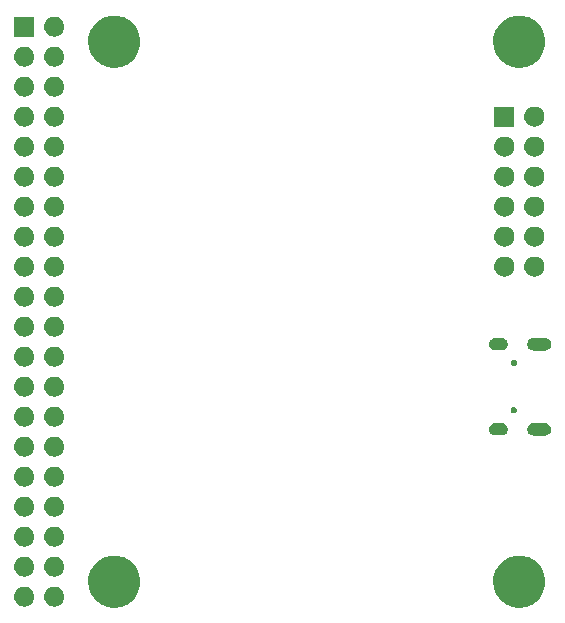
<source format=gbr>
G04 #@! TF.GenerationSoftware,KiCad,Pcbnew,(5.1.4)-1*
G04 #@! TF.CreationDate,2019-10-16T18:51:52+02:00*
G04 #@! TF.ProjectId,HB-RF-USB,48422d52-462d-4555-9342-2e6b69636164,rev?*
G04 #@! TF.SameCoordinates,Original*
G04 #@! TF.FileFunction,Soldermask,Bot*
G04 #@! TF.FilePolarity,Negative*
%FSLAX46Y46*%
G04 Gerber Fmt 4.6, Leading zero omitted, Abs format (unit mm)*
G04 Created by KiCad (PCBNEW (5.1.4)-1) date 2019-10-16 18:51:52*
%MOMM*%
%LPD*%
G04 APERTURE LIST*
%ADD10C,0.100000*%
G04 APERTURE END LIST*
D10*
G36*
X75359199Y-97537273D02*
G01*
X75571717Y-97579545D01*
X75707777Y-97635903D01*
X75946619Y-97734834D01*
X75972093Y-97745386D01*
X76332418Y-97986148D01*
X76638852Y-98292582D01*
X76728122Y-98426183D01*
X76879615Y-98652909D01*
X77045455Y-99053284D01*
X77130000Y-99478319D01*
X77130000Y-99911681D01*
X77111405Y-100005166D01*
X77045455Y-100336717D01*
X76879614Y-100737093D01*
X76638852Y-101097418D01*
X76332418Y-101403852D01*
X75972093Y-101644614D01*
X75972092Y-101644615D01*
X75972091Y-101644615D01*
X75898329Y-101675168D01*
X75571717Y-101810455D01*
X75359198Y-101852728D01*
X75146681Y-101895000D01*
X74713319Y-101895000D01*
X74500802Y-101852728D01*
X74288283Y-101810455D01*
X73961671Y-101675168D01*
X73887909Y-101644615D01*
X73887908Y-101644615D01*
X73887907Y-101644614D01*
X73527582Y-101403852D01*
X73221148Y-101097418D01*
X72980386Y-100737093D01*
X72814545Y-100336717D01*
X72748595Y-100005166D01*
X72730000Y-99911681D01*
X72730000Y-99478319D01*
X72814545Y-99053284D01*
X72980385Y-98652909D01*
X73131879Y-98426183D01*
X73221148Y-98292582D01*
X73527582Y-97986148D01*
X73887907Y-97745386D01*
X73913382Y-97734834D01*
X74152223Y-97635903D01*
X74288283Y-97579545D01*
X74500801Y-97537273D01*
X74713319Y-97495000D01*
X75146681Y-97495000D01*
X75359199Y-97537273D01*
X75359199Y-97537273D01*
G37*
G36*
X41069199Y-97537273D02*
G01*
X41281717Y-97579545D01*
X41417777Y-97635903D01*
X41656619Y-97734834D01*
X41682093Y-97745386D01*
X42042418Y-97986148D01*
X42348852Y-98292582D01*
X42438122Y-98426183D01*
X42589615Y-98652909D01*
X42755455Y-99053284D01*
X42840000Y-99478319D01*
X42840000Y-99911681D01*
X42821405Y-100005166D01*
X42755455Y-100336717D01*
X42589614Y-100737093D01*
X42348852Y-101097418D01*
X42042418Y-101403852D01*
X41682093Y-101644614D01*
X41682092Y-101644615D01*
X41682091Y-101644615D01*
X41608329Y-101675168D01*
X41281717Y-101810455D01*
X41069198Y-101852728D01*
X40856681Y-101895000D01*
X40423319Y-101895000D01*
X40210802Y-101852728D01*
X39998283Y-101810455D01*
X39671671Y-101675168D01*
X39597909Y-101644615D01*
X39597908Y-101644615D01*
X39597907Y-101644614D01*
X39237582Y-101403852D01*
X38931148Y-101097418D01*
X38690386Y-100737093D01*
X38524545Y-100336717D01*
X38458595Y-100005166D01*
X38440000Y-99911681D01*
X38440000Y-99478319D01*
X38524545Y-99053284D01*
X38690385Y-98652909D01*
X38841879Y-98426183D01*
X38931148Y-98292582D01*
X39237582Y-97986148D01*
X39597907Y-97745386D01*
X39623382Y-97734834D01*
X39862223Y-97635903D01*
X39998283Y-97579545D01*
X40210801Y-97537273D01*
X40423319Y-97495000D01*
X40856681Y-97495000D01*
X41069199Y-97537273D01*
X41069199Y-97537273D01*
G37*
G36*
X35706629Y-100127300D02*
G01*
X35866855Y-100175903D01*
X36014519Y-100254832D01*
X36143948Y-100361052D01*
X36250168Y-100490481D01*
X36329097Y-100638145D01*
X36377700Y-100798371D01*
X36394112Y-100965000D01*
X36377700Y-101131629D01*
X36329097Y-101291855D01*
X36250168Y-101439519D01*
X36143948Y-101568948D01*
X36014519Y-101675168D01*
X35866855Y-101754097D01*
X35706629Y-101802700D01*
X35581749Y-101815000D01*
X35498251Y-101815000D01*
X35373371Y-101802700D01*
X35213145Y-101754097D01*
X35065481Y-101675168D01*
X34936052Y-101568948D01*
X34829832Y-101439519D01*
X34750903Y-101291855D01*
X34702300Y-101131629D01*
X34685888Y-100965000D01*
X34702300Y-100798371D01*
X34750903Y-100638145D01*
X34829832Y-100490481D01*
X34936052Y-100361052D01*
X35065481Y-100254832D01*
X35213145Y-100175903D01*
X35373371Y-100127300D01*
X35498251Y-100115000D01*
X35581749Y-100115000D01*
X35706629Y-100127300D01*
X35706629Y-100127300D01*
G37*
G36*
X33166629Y-100127300D02*
G01*
X33326855Y-100175903D01*
X33474519Y-100254832D01*
X33603948Y-100361052D01*
X33710168Y-100490481D01*
X33789097Y-100638145D01*
X33837700Y-100798371D01*
X33854112Y-100965000D01*
X33837700Y-101131629D01*
X33789097Y-101291855D01*
X33710168Y-101439519D01*
X33603948Y-101568948D01*
X33474519Y-101675168D01*
X33326855Y-101754097D01*
X33166629Y-101802700D01*
X33041749Y-101815000D01*
X32958251Y-101815000D01*
X32833371Y-101802700D01*
X32673145Y-101754097D01*
X32525481Y-101675168D01*
X32396052Y-101568948D01*
X32289832Y-101439519D01*
X32210903Y-101291855D01*
X32162300Y-101131629D01*
X32145888Y-100965000D01*
X32162300Y-100798371D01*
X32210903Y-100638145D01*
X32289832Y-100490481D01*
X32396052Y-100361052D01*
X32525481Y-100254832D01*
X32673145Y-100175903D01*
X32833371Y-100127300D01*
X32958251Y-100115000D01*
X33041749Y-100115000D01*
X33166629Y-100127300D01*
X33166629Y-100127300D01*
G37*
G36*
X33166629Y-97587300D02*
G01*
X33326855Y-97635903D01*
X33474519Y-97714832D01*
X33603948Y-97821052D01*
X33710168Y-97950481D01*
X33789097Y-98098145D01*
X33837700Y-98258371D01*
X33854112Y-98425000D01*
X33837700Y-98591629D01*
X33789097Y-98751855D01*
X33710168Y-98899519D01*
X33603948Y-99028948D01*
X33474519Y-99135168D01*
X33326855Y-99214097D01*
X33166629Y-99262700D01*
X33041749Y-99275000D01*
X32958251Y-99275000D01*
X32833371Y-99262700D01*
X32673145Y-99214097D01*
X32525481Y-99135168D01*
X32396052Y-99028948D01*
X32289832Y-98899519D01*
X32210903Y-98751855D01*
X32162300Y-98591629D01*
X32145888Y-98425000D01*
X32162300Y-98258371D01*
X32210903Y-98098145D01*
X32289832Y-97950481D01*
X32396052Y-97821052D01*
X32525481Y-97714832D01*
X32673145Y-97635903D01*
X32833371Y-97587300D01*
X32958251Y-97575000D01*
X33041749Y-97575000D01*
X33166629Y-97587300D01*
X33166629Y-97587300D01*
G37*
G36*
X35706629Y-97587300D02*
G01*
X35866855Y-97635903D01*
X36014519Y-97714832D01*
X36143948Y-97821052D01*
X36250168Y-97950481D01*
X36329097Y-98098145D01*
X36377700Y-98258371D01*
X36394112Y-98425000D01*
X36377700Y-98591629D01*
X36329097Y-98751855D01*
X36250168Y-98899519D01*
X36143948Y-99028948D01*
X36014519Y-99135168D01*
X35866855Y-99214097D01*
X35706629Y-99262700D01*
X35581749Y-99275000D01*
X35498251Y-99275000D01*
X35373371Y-99262700D01*
X35213145Y-99214097D01*
X35065481Y-99135168D01*
X34936052Y-99028948D01*
X34829832Y-98899519D01*
X34750903Y-98751855D01*
X34702300Y-98591629D01*
X34685888Y-98425000D01*
X34702300Y-98258371D01*
X34750903Y-98098145D01*
X34829832Y-97950481D01*
X34936052Y-97821052D01*
X35065481Y-97714832D01*
X35213145Y-97635903D01*
X35373371Y-97587300D01*
X35498251Y-97575000D01*
X35581749Y-97575000D01*
X35706629Y-97587300D01*
X35706629Y-97587300D01*
G37*
G36*
X33166629Y-95047300D02*
G01*
X33326855Y-95095903D01*
X33474519Y-95174832D01*
X33603948Y-95281052D01*
X33710168Y-95410481D01*
X33789097Y-95558145D01*
X33837700Y-95718371D01*
X33854112Y-95885000D01*
X33837700Y-96051629D01*
X33789097Y-96211855D01*
X33710168Y-96359519D01*
X33603948Y-96488948D01*
X33474519Y-96595168D01*
X33326855Y-96674097D01*
X33166629Y-96722700D01*
X33041749Y-96735000D01*
X32958251Y-96735000D01*
X32833371Y-96722700D01*
X32673145Y-96674097D01*
X32525481Y-96595168D01*
X32396052Y-96488948D01*
X32289832Y-96359519D01*
X32210903Y-96211855D01*
X32162300Y-96051629D01*
X32145888Y-95885000D01*
X32162300Y-95718371D01*
X32210903Y-95558145D01*
X32289832Y-95410481D01*
X32396052Y-95281052D01*
X32525481Y-95174832D01*
X32673145Y-95095903D01*
X32833371Y-95047300D01*
X32958251Y-95035000D01*
X33041749Y-95035000D01*
X33166629Y-95047300D01*
X33166629Y-95047300D01*
G37*
G36*
X35706629Y-95047300D02*
G01*
X35866855Y-95095903D01*
X36014519Y-95174832D01*
X36143948Y-95281052D01*
X36250168Y-95410481D01*
X36329097Y-95558145D01*
X36377700Y-95718371D01*
X36394112Y-95885000D01*
X36377700Y-96051629D01*
X36329097Y-96211855D01*
X36250168Y-96359519D01*
X36143948Y-96488948D01*
X36014519Y-96595168D01*
X35866855Y-96674097D01*
X35706629Y-96722700D01*
X35581749Y-96735000D01*
X35498251Y-96735000D01*
X35373371Y-96722700D01*
X35213145Y-96674097D01*
X35065481Y-96595168D01*
X34936052Y-96488948D01*
X34829832Y-96359519D01*
X34750903Y-96211855D01*
X34702300Y-96051629D01*
X34685888Y-95885000D01*
X34702300Y-95718371D01*
X34750903Y-95558145D01*
X34829832Y-95410481D01*
X34936052Y-95281052D01*
X35065481Y-95174832D01*
X35213145Y-95095903D01*
X35373371Y-95047300D01*
X35498251Y-95035000D01*
X35581749Y-95035000D01*
X35706629Y-95047300D01*
X35706629Y-95047300D01*
G37*
G36*
X33166629Y-92507300D02*
G01*
X33326855Y-92555903D01*
X33474519Y-92634832D01*
X33603948Y-92741052D01*
X33710168Y-92870481D01*
X33789097Y-93018145D01*
X33837700Y-93178371D01*
X33854112Y-93345000D01*
X33837700Y-93511629D01*
X33789097Y-93671855D01*
X33710168Y-93819519D01*
X33603948Y-93948948D01*
X33474519Y-94055168D01*
X33326855Y-94134097D01*
X33166629Y-94182700D01*
X33041749Y-94195000D01*
X32958251Y-94195000D01*
X32833371Y-94182700D01*
X32673145Y-94134097D01*
X32525481Y-94055168D01*
X32396052Y-93948948D01*
X32289832Y-93819519D01*
X32210903Y-93671855D01*
X32162300Y-93511629D01*
X32145888Y-93345000D01*
X32162300Y-93178371D01*
X32210903Y-93018145D01*
X32289832Y-92870481D01*
X32396052Y-92741052D01*
X32525481Y-92634832D01*
X32673145Y-92555903D01*
X32833371Y-92507300D01*
X32958251Y-92495000D01*
X33041749Y-92495000D01*
X33166629Y-92507300D01*
X33166629Y-92507300D01*
G37*
G36*
X35706629Y-92507300D02*
G01*
X35866855Y-92555903D01*
X36014519Y-92634832D01*
X36143948Y-92741052D01*
X36250168Y-92870481D01*
X36329097Y-93018145D01*
X36377700Y-93178371D01*
X36394112Y-93345000D01*
X36377700Y-93511629D01*
X36329097Y-93671855D01*
X36250168Y-93819519D01*
X36143948Y-93948948D01*
X36014519Y-94055168D01*
X35866855Y-94134097D01*
X35706629Y-94182700D01*
X35581749Y-94195000D01*
X35498251Y-94195000D01*
X35373371Y-94182700D01*
X35213145Y-94134097D01*
X35065481Y-94055168D01*
X34936052Y-93948948D01*
X34829832Y-93819519D01*
X34750903Y-93671855D01*
X34702300Y-93511629D01*
X34685888Y-93345000D01*
X34702300Y-93178371D01*
X34750903Y-93018145D01*
X34829832Y-92870481D01*
X34936052Y-92741052D01*
X35065481Y-92634832D01*
X35213145Y-92555903D01*
X35373371Y-92507300D01*
X35498251Y-92495000D01*
X35581749Y-92495000D01*
X35706629Y-92507300D01*
X35706629Y-92507300D01*
G37*
G36*
X33166629Y-89967300D02*
G01*
X33326855Y-90015903D01*
X33474519Y-90094832D01*
X33603948Y-90201052D01*
X33710168Y-90330481D01*
X33789097Y-90478145D01*
X33837700Y-90638371D01*
X33854112Y-90805000D01*
X33837700Y-90971629D01*
X33789097Y-91131855D01*
X33710168Y-91279519D01*
X33603948Y-91408948D01*
X33474519Y-91515168D01*
X33326855Y-91594097D01*
X33166629Y-91642700D01*
X33041749Y-91655000D01*
X32958251Y-91655000D01*
X32833371Y-91642700D01*
X32673145Y-91594097D01*
X32525481Y-91515168D01*
X32396052Y-91408948D01*
X32289832Y-91279519D01*
X32210903Y-91131855D01*
X32162300Y-90971629D01*
X32145888Y-90805000D01*
X32162300Y-90638371D01*
X32210903Y-90478145D01*
X32289832Y-90330481D01*
X32396052Y-90201052D01*
X32525481Y-90094832D01*
X32673145Y-90015903D01*
X32833371Y-89967300D01*
X32958251Y-89955000D01*
X33041749Y-89955000D01*
X33166629Y-89967300D01*
X33166629Y-89967300D01*
G37*
G36*
X35706629Y-89967300D02*
G01*
X35866855Y-90015903D01*
X36014519Y-90094832D01*
X36143948Y-90201052D01*
X36250168Y-90330481D01*
X36329097Y-90478145D01*
X36377700Y-90638371D01*
X36394112Y-90805000D01*
X36377700Y-90971629D01*
X36329097Y-91131855D01*
X36250168Y-91279519D01*
X36143948Y-91408948D01*
X36014519Y-91515168D01*
X35866855Y-91594097D01*
X35706629Y-91642700D01*
X35581749Y-91655000D01*
X35498251Y-91655000D01*
X35373371Y-91642700D01*
X35213145Y-91594097D01*
X35065481Y-91515168D01*
X34936052Y-91408948D01*
X34829832Y-91279519D01*
X34750903Y-91131855D01*
X34702300Y-90971629D01*
X34685888Y-90805000D01*
X34702300Y-90638371D01*
X34750903Y-90478145D01*
X34829832Y-90330481D01*
X34936052Y-90201052D01*
X35065481Y-90094832D01*
X35213145Y-90015903D01*
X35373371Y-89967300D01*
X35498251Y-89955000D01*
X35581749Y-89955000D01*
X35706629Y-89967300D01*
X35706629Y-89967300D01*
G37*
G36*
X35706629Y-87427300D02*
G01*
X35866855Y-87475903D01*
X36014519Y-87554832D01*
X36143948Y-87661052D01*
X36250168Y-87790481D01*
X36329097Y-87938145D01*
X36377700Y-88098371D01*
X36394112Y-88265000D01*
X36377700Y-88431629D01*
X36329097Y-88591855D01*
X36250168Y-88739519D01*
X36143948Y-88868948D01*
X36014519Y-88975168D01*
X35866855Y-89054097D01*
X35706629Y-89102700D01*
X35581749Y-89115000D01*
X35498251Y-89115000D01*
X35373371Y-89102700D01*
X35213145Y-89054097D01*
X35065481Y-88975168D01*
X34936052Y-88868948D01*
X34829832Y-88739519D01*
X34750903Y-88591855D01*
X34702300Y-88431629D01*
X34685888Y-88265000D01*
X34702300Y-88098371D01*
X34750903Y-87938145D01*
X34829832Y-87790481D01*
X34936052Y-87661052D01*
X35065481Y-87554832D01*
X35213145Y-87475903D01*
X35373371Y-87427300D01*
X35498251Y-87415000D01*
X35581749Y-87415000D01*
X35706629Y-87427300D01*
X35706629Y-87427300D01*
G37*
G36*
X33166629Y-87427300D02*
G01*
X33326855Y-87475903D01*
X33474519Y-87554832D01*
X33603948Y-87661052D01*
X33710168Y-87790481D01*
X33789097Y-87938145D01*
X33837700Y-88098371D01*
X33854112Y-88265000D01*
X33837700Y-88431629D01*
X33789097Y-88591855D01*
X33710168Y-88739519D01*
X33603948Y-88868948D01*
X33474519Y-88975168D01*
X33326855Y-89054097D01*
X33166629Y-89102700D01*
X33041749Y-89115000D01*
X32958251Y-89115000D01*
X32833371Y-89102700D01*
X32673145Y-89054097D01*
X32525481Y-88975168D01*
X32396052Y-88868948D01*
X32289832Y-88739519D01*
X32210903Y-88591855D01*
X32162300Y-88431629D01*
X32145888Y-88265000D01*
X32162300Y-88098371D01*
X32210903Y-87938145D01*
X32289832Y-87790481D01*
X32396052Y-87661052D01*
X32525481Y-87554832D01*
X32673145Y-87475903D01*
X32833371Y-87427300D01*
X32958251Y-87415000D01*
X33041749Y-87415000D01*
X33166629Y-87427300D01*
X33166629Y-87427300D01*
G37*
G36*
X77169839Y-86247886D02*
G01*
X77272572Y-86279049D01*
X77367251Y-86329656D01*
X77450238Y-86397762D01*
X77518344Y-86480749D01*
X77568951Y-86575428D01*
X77600114Y-86678161D01*
X77610637Y-86785000D01*
X77600114Y-86891839D01*
X77568951Y-86994572D01*
X77518344Y-87089251D01*
X77450238Y-87172238D01*
X77367251Y-87240344D01*
X77272572Y-87290951D01*
X77169839Y-87322114D01*
X77089773Y-87330000D01*
X76126227Y-87330000D01*
X76046161Y-87322114D01*
X75943428Y-87290951D01*
X75848749Y-87240344D01*
X75765762Y-87172238D01*
X75697656Y-87089251D01*
X75647049Y-86994572D01*
X75615886Y-86891839D01*
X75605363Y-86785000D01*
X75615886Y-86678161D01*
X75647049Y-86575428D01*
X75697656Y-86480749D01*
X75765762Y-86397762D01*
X75848749Y-86329656D01*
X75943428Y-86279049D01*
X76046161Y-86247886D01*
X76126227Y-86240000D01*
X77089773Y-86240000D01*
X77169839Y-86247886D01*
X77169839Y-86247886D01*
G37*
G36*
X73535918Y-86267597D02*
G01*
X73573670Y-86279049D01*
X73634885Y-86297618D01*
X73726083Y-86346365D01*
X73726084Y-86346366D01*
X73726086Y-86346367D01*
X73806027Y-86411973D01*
X73862472Y-86480751D01*
X73871635Y-86491917D01*
X73920382Y-86583115D01*
X73920383Y-86583119D01*
X73950403Y-86682082D01*
X73960540Y-86785000D01*
X73950403Y-86887918D01*
X73928193Y-86961133D01*
X73920382Y-86986885D01*
X73871635Y-87078083D01*
X73871633Y-87078086D01*
X73806027Y-87158027D01*
X73726086Y-87223633D01*
X73726084Y-87223634D01*
X73726083Y-87223635D01*
X73634885Y-87272382D01*
X73594016Y-87284779D01*
X73535918Y-87302403D01*
X73458788Y-87310000D01*
X72857212Y-87310000D01*
X72780082Y-87302403D01*
X72721984Y-87284779D01*
X72681115Y-87272382D01*
X72589917Y-87223635D01*
X72589916Y-87223634D01*
X72589914Y-87223633D01*
X72509973Y-87158027D01*
X72444367Y-87078086D01*
X72444365Y-87078083D01*
X72395618Y-86986885D01*
X72387807Y-86961133D01*
X72365597Y-86887918D01*
X72355460Y-86785000D01*
X72365597Y-86682082D01*
X72395617Y-86583119D01*
X72395618Y-86583115D01*
X72444365Y-86491917D01*
X72453529Y-86480751D01*
X72509973Y-86411973D01*
X72589914Y-86346367D01*
X72589916Y-86346366D01*
X72589917Y-86346365D01*
X72681115Y-86297618D01*
X72742330Y-86279049D01*
X72780082Y-86267597D01*
X72857212Y-86260000D01*
X73458788Y-86260000D01*
X73535918Y-86267597D01*
X73535918Y-86267597D01*
G37*
G36*
X33166629Y-84887300D02*
G01*
X33326855Y-84935903D01*
X33474519Y-85014832D01*
X33603948Y-85121052D01*
X33710168Y-85250481D01*
X33789097Y-85398145D01*
X33837700Y-85558371D01*
X33854112Y-85725000D01*
X33837700Y-85891629D01*
X33789097Y-86051855D01*
X33710168Y-86199519D01*
X33603948Y-86328948D01*
X33474519Y-86435168D01*
X33326855Y-86514097D01*
X33166629Y-86562700D01*
X33041749Y-86575000D01*
X32958251Y-86575000D01*
X32833371Y-86562700D01*
X32673145Y-86514097D01*
X32525481Y-86435168D01*
X32396052Y-86328948D01*
X32289832Y-86199519D01*
X32210903Y-86051855D01*
X32162300Y-85891629D01*
X32145888Y-85725000D01*
X32162300Y-85558371D01*
X32210903Y-85398145D01*
X32289832Y-85250481D01*
X32396052Y-85121052D01*
X32525481Y-85014832D01*
X32673145Y-84935903D01*
X32833371Y-84887300D01*
X32958251Y-84875000D01*
X33041749Y-84875000D01*
X33166629Y-84887300D01*
X33166629Y-84887300D01*
G37*
G36*
X35706629Y-84887300D02*
G01*
X35866855Y-84935903D01*
X36014519Y-85014832D01*
X36143948Y-85121052D01*
X36250168Y-85250481D01*
X36329097Y-85398145D01*
X36377700Y-85558371D01*
X36394112Y-85725000D01*
X36377700Y-85891629D01*
X36329097Y-86051855D01*
X36250168Y-86199519D01*
X36143948Y-86328948D01*
X36014519Y-86435168D01*
X35866855Y-86514097D01*
X35706629Y-86562700D01*
X35581749Y-86575000D01*
X35498251Y-86575000D01*
X35373371Y-86562700D01*
X35213145Y-86514097D01*
X35065481Y-86435168D01*
X34936052Y-86328948D01*
X34829832Y-86199519D01*
X34750903Y-86051855D01*
X34702300Y-85891629D01*
X34685888Y-85725000D01*
X34702300Y-85558371D01*
X34750903Y-85398145D01*
X34829832Y-85250481D01*
X34936052Y-85121052D01*
X35065481Y-85014832D01*
X35213145Y-84935903D01*
X35373371Y-84887300D01*
X35498251Y-84875000D01*
X35581749Y-84875000D01*
X35706629Y-84887300D01*
X35706629Y-84887300D01*
G37*
G36*
X74538215Y-84920568D02*
G01*
X74588262Y-84941298D01*
X74633303Y-84971393D01*
X74671607Y-85009697D01*
X74701702Y-85054738D01*
X74722432Y-85104785D01*
X74733000Y-85157915D01*
X74733000Y-85212085D01*
X74722432Y-85265215D01*
X74701702Y-85315262D01*
X74671607Y-85360303D01*
X74633303Y-85398607D01*
X74588262Y-85428702D01*
X74538215Y-85449432D01*
X74485085Y-85460000D01*
X74430915Y-85460000D01*
X74377785Y-85449432D01*
X74327738Y-85428702D01*
X74282697Y-85398607D01*
X74244393Y-85360303D01*
X74214298Y-85315262D01*
X74193568Y-85265215D01*
X74183000Y-85212085D01*
X74183000Y-85157915D01*
X74193568Y-85104785D01*
X74214298Y-85054738D01*
X74244393Y-85009697D01*
X74282697Y-84971393D01*
X74327738Y-84941298D01*
X74377785Y-84920568D01*
X74430915Y-84910000D01*
X74485085Y-84910000D01*
X74538215Y-84920568D01*
X74538215Y-84920568D01*
G37*
G36*
X33166629Y-82347300D02*
G01*
X33326855Y-82395903D01*
X33474519Y-82474832D01*
X33603948Y-82581052D01*
X33710168Y-82710481D01*
X33789097Y-82858145D01*
X33837700Y-83018371D01*
X33854112Y-83185000D01*
X33837700Y-83351629D01*
X33789097Y-83511855D01*
X33710168Y-83659519D01*
X33603948Y-83788948D01*
X33474519Y-83895168D01*
X33326855Y-83974097D01*
X33166629Y-84022700D01*
X33041749Y-84035000D01*
X32958251Y-84035000D01*
X32833371Y-84022700D01*
X32673145Y-83974097D01*
X32525481Y-83895168D01*
X32396052Y-83788948D01*
X32289832Y-83659519D01*
X32210903Y-83511855D01*
X32162300Y-83351629D01*
X32145888Y-83185000D01*
X32162300Y-83018371D01*
X32210903Y-82858145D01*
X32289832Y-82710481D01*
X32396052Y-82581052D01*
X32525481Y-82474832D01*
X32673145Y-82395903D01*
X32833371Y-82347300D01*
X32958251Y-82335000D01*
X33041749Y-82335000D01*
X33166629Y-82347300D01*
X33166629Y-82347300D01*
G37*
G36*
X35706629Y-82347300D02*
G01*
X35866855Y-82395903D01*
X36014519Y-82474832D01*
X36143948Y-82581052D01*
X36250168Y-82710481D01*
X36329097Y-82858145D01*
X36377700Y-83018371D01*
X36394112Y-83185000D01*
X36377700Y-83351629D01*
X36329097Y-83511855D01*
X36250168Y-83659519D01*
X36143948Y-83788948D01*
X36014519Y-83895168D01*
X35866855Y-83974097D01*
X35706629Y-84022700D01*
X35581749Y-84035000D01*
X35498251Y-84035000D01*
X35373371Y-84022700D01*
X35213145Y-83974097D01*
X35065481Y-83895168D01*
X34936052Y-83788948D01*
X34829832Y-83659519D01*
X34750903Y-83511855D01*
X34702300Y-83351629D01*
X34685888Y-83185000D01*
X34702300Y-83018371D01*
X34750903Y-82858145D01*
X34829832Y-82710481D01*
X34936052Y-82581052D01*
X35065481Y-82474832D01*
X35213145Y-82395903D01*
X35373371Y-82347300D01*
X35498251Y-82335000D01*
X35581749Y-82335000D01*
X35706629Y-82347300D01*
X35706629Y-82347300D01*
G37*
G36*
X33166629Y-79807300D02*
G01*
X33326855Y-79855903D01*
X33474519Y-79934832D01*
X33603948Y-80041052D01*
X33710168Y-80170481D01*
X33789097Y-80318145D01*
X33837700Y-80478371D01*
X33854112Y-80645000D01*
X33837700Y-80811629D01*
X33789097Y-80971855D01*
X33710168Y-81119519D01*
X33603948Y-81248948D01*
X33474519Y-81355168D01*
X33326855Y-81434097D01*
X33166629Y-81482700D01*
X33041749Y-81495000D01*
X32958251Y-81495000D01*
X32833371Y-81482700D01*
X32673145Y-81434097D01*
X32525481Y-81355168D01*
X32396052Y-81248948D01*
X32289832Y-81119519D01*
X32210903Y-80971855D01*
X32162300Y-80811629D01*
X32145888Y-80645000D01*
X32162300Y-80478371D01*
X32210903Y-80318145D01*
X32289832Y-80170481D01*
X32396052Y-80041052D01*
X32525481Y-79934832D01*
X32673145Y-79855903D01*
X32833371Y-79807300D01*
X32958251Y-79795000D01*
X33041749Y-79795000D01*
X33166629Y-79807300D01*
X33166629Y-79807300D01*
G37*
G36*
X35706629Y-79807300D02*
G01*
X35866855Y-79855903D01*
X36014519Y-79934832D01*
X36143948Y-80041052D01*
X36250168Y-80170481D01*
X36329097Y-80318145D01*
X36377700Y-80478371D01*
X36394112Y-80645000D01*
X36377700Y-80811629D01*
X36329097Y-80971855D01*
X36250168Y-81119519D01*
X36143948Y-81248948D01*
X36014519Y-81355168D01*
X35866855Y-81434097D01*
X35706629Y-81482700D01*
X35581749Y-81495000D01*
X35498251Y-81495000D01*
X35373371Y-81482700D01*
X35213145Y-81434097D01*
X35065481Y-81355168D01*
X34936052Y-81248948D01*
X34829832Y-81119519D01*
X34750903Y-80971855D01*
X34702300Y-80811629D01*
X34685888Y-80645000D01*
X34702300Y-80478371D01*
X34750903Y-80318145D01*
X34829832Y-80170481D01*
X34936052Y-80041052D01*
X35065481Y-79934832D01*
X35213145Y-79855903D01*
X35373371Y-79807300D01*
X35498251Y-79795000D01*
X35581749Y-79795000D01*
X35706629Y-79807300D01*
X35706629Y-79807300D01*
G37*
G36*
X74538215Y-80920568D02*
G01*
X74588262Y-80941298D01*
X74633303Y-80971393D01*
X74671607Y-81009697D01*
X74701702Y-81054738D01*
X74722432Y-81104785D01*
X74733000Y-81157915D01*
X74733000Y-81212085D01*
X74722432Y-81265215D01*
X74701702Y-81315262D01*
X74671607Y-81360303D01*
X74633303Y-81398607D01*
X74588262Y-81428702D01*
X74538215Y-81449432D01*
X74485085Y-81460000D01*
X74430915Y-81460000D01*
X74377785Y-81449432D01*
X74327738Y-81428702D01*
X74282697Y-81398607D01*
X74244393Y-81360303D01*
X74214298Y-81315262D01*
X74193568Y-81265215D01*
X74183000Y-81212085D01*
X74183000Y-81157915D01*
X74193568Y-81104785D01*
X74214298Y-81054738D01*
X74244393Y-81009697D01*
X74282697Y-80971393D01*
X74327738Y-80941298D01*
X74377785Y-80920568D01*
X74430915Y-80910000D01*
X74485085Y-80910000D01*
X74538215Y-80920568D01*
X74538215Y-80920568D01*
G37*
G36*
X77169839Y-79047886D02*
G01*
X77272572Y-79079049D01*
X77367251Y-79129656D01*
X77450238Y-79197762D01*
X77518344Y-79280749D01*
X77568951Y-79375428D01*
X77600114Y-79478161D01*
X77610637Y-79585000D01*
X77600114Y-79691839D01*
X77568951Y-79794572D01*
X77518344Y-79889251D01*
X77450238Y-79972238D01*
X77367251Y-80040344D01*
X77272572Y-80090951D01*
X77169839Y-80122114D01*
X77089773Y-80130000D01*
X76126227Y-80130000D01*
X76046161Y-80122114D01*
X75943428Y-80090951D01*
X75848749Y-80040344D01*
X75765762Y-79972238D01*
X75697656Y-79889251D01*
X75647049Y-79794572D01*
X75615886Y-79691839D01*
X75605363Y-79585000D01*
X75615886Y-79478161D01*
X75647049Y-79375428D01*
X75697656Y-79280749D01*
X75765762Y-79197762D01*
X75848749Y-79129656D01*
X75943428Y-79079049D01*
X76046161Y-79047886D01*
X76126227Y-79040000D01*
X77089773Y-79040000D01*
X77169839Y-79047886D01*
X77169839Y-79047886D01*
G37*
G36*
X73535918Y-79067597D02*
G01*
X73573670Y-79079049D01*
X73634885Y-79097618D01*
X73726083Y-79146365D01*
X73726084Y-79146366D01*
X73726086Y-79146367D01*
X73806027Y-79211973D01*
X73862472Y-79280751D01*
X73871635Y-79291917D01*
X73920382Y-79383115D01*
X73920383Y-79383119D01*
X73950403Y-79482082D01*
X73960540Y-79585000D01*
X73950403Y-79687918D01*
X73928193Y-79761133D01*
X73920382Y-79786885D01*
X73871635Y-79878083D01*
X73871633Y-79878086D01*
X73806027Y-79958027D01*
X73726086Y-80023633D01*
X73726084Y-80023634D01*
X73726083Y-80023635D01*
X73634885Y-80072382D01*
X73594016Y-80084779D01*
X73535918Y-80102403D01*
X73458788Y-80110000D01*
X72857212Y-80110000D01*
X72780082Y-80102403D01*
X72721984Y-80084779D01*
X72681115Y-80072382D01*
X72589917Y-80023635D01*
X72589916Y-80023634D01*
X72589914Y-80023633D01*
X72509973Y-79958027D01*
X72444367Y-79878086D01*
X72444365Y-79878083D01*
X72395618Y-79786885D01*
X72387807Y-79761133D01*
X72365597Y-79687918D01*
X72355460Y-79585000D01*
X72365597Y-79482082D01*
X72395617Y-79383119D01*
X72395618Y-79383115D01*
X72444365Y-79291917D01*
X72453529Y-79280751D01*
X72509973Y-79211973D01*
X72589914Y-79146367D01*
X72589916Y-79146366D01*
X72589917Y-79146365D01*
X72681115Y-79097618D01*
X72742330Y-79079049D01*
X72780082Y-79067597D01*
X72857212Y-79060000D01*
X73458788Y-79060000D01*
X73535918Y-79067597D01*
X73535918Y-79067597D01*
G37*
G36*
X35706629Y-77267300D02*
G01*
X35866855Y-77315903D01*
X36014519Y-77394832D01*
X36143948Y-77501052D01*
X36250168Y-77630481D01*
X36329097Y-77778145D01*
X36377700Y-77938371D01*
X36394112Y-78105000D01*
X36377700Y-78271629D01*
X36329097Y-78431855D01*
X36250168Y-78579519D01*
X36143948Y-78708948D01*
X36014519Y-78815168D01*
X35866855Y-78894097D01*
X35706629Y-78942700D01*
X35581749Y-78955000D01*
X35498251Y-78955000D01*
X35373371Y-78942700D01*
X35213145Y-78894097D01*
X35065481Y-78815168D01*
X34936052Y-78708948D01*
X34829832Y-78579519D01*
X34750903Y-78431855D01*
X34702300Y-78271629D01*
X34685888Y-78105000D01*
X34702300Y-77938371D01*
X34750903Y-77778145D01*
X34829832Y-77630481D01*
X34936052Y-77501052D01*
X35065481Y-77394832D01*
X35213145Y-77315903D01*
X35373371Y-77267300D01*
X35498251Y-77255000D01*
X35581749Y-77255000D01*
X35706629Y-77267300D01*
X35706629Y-77267300D01*
G37*
G36*
X33166629Y-77267300D02*
G01*
X33326855Y-77315903D01*
X33474519Y-77394832D01*
X33603948Y-77501052D01*
X33710168Y-77630481D01*
X33789097Y-77778145D01*
X33837700Y-77938371D01*
X33854112Y-78105000D01*
X33837700Y-78271629D01*
X33789097Y-78431855D01*
X33710168Y-78579519D01*
X33603948Y-78708948D01*
X33474519Y-78815168D01*
X33326855Y-78894097D01*
X33166629Y-78942700D01*
X33041749Y-78955000D01*
X32958251Y-78955000D01*
X32833371Y-78942700D01*
X32673145Y-78894097D01*
X32525481Y-78815168D01*
X32396052Y-78708948D01*
X32289832Y-78579519D01*
X32210903Y-78431855D01*
X32162300Y-78271629D01*
X32145888Y-78105000D01*
X32162300Y-77938371D01*
X32210903Y-77778145D01*
X32289832Y-77630481D01*
X32396052Y-77501052D01*
X32525481Y-77394832D01*
X32673145Y-77315903D01*
X32833371Y-77267300D01*
X32958251Y-77255000D01*
X33041749Y-77255000D01*
X33166629Y-77267300D01*
X33166629Y-77267300D01*
G37*
G36*
X35706629Y-74727300D02*
G01*
X35866855Y-74775903D01*
X36014519Y-74854832D01*
X36143948Y-74961052D01*
X36250168Y-75090481D01*
X36329097Y-75238145D01*
X36377700Y-75398371D01*
X36394112Y-75565000D01*
X36377700Y-75731629D01*
X36329097Y-75891855D01*
X36250168Y-76039519D01*
X36143948Y-76168948D01*
X36014519Y-76275168D01*
X35866855Y-76354097D01*
X35706629Y-76402700D01*
X35581749Y-76415000D01*
X35498251Y-76415000D01*
X35373371Y-76402700D01*
X35213145Y-76354097D01*
X35065481Y-76275168D01*
X34936052Y-76168948D01*
X34829832Y-76039519D01*
X34750903Y-75891855D01*
X34702300Y-75731629D01*
X34685888Y-75565000D01*
X34702300Y-75398371D01*
X34750903Y-75238145D01*
X34829832Y-75090481D01*
X34936052Y-74961052D01*
X35065481Y-74854832D01*
X35213145Y-74775903D01*
X35373371Y-74727300D01*
X35498251Y-74715000D01*
X35581749Y-74715000D01*
X35706629Y-74727300D01*
X35706629Y-74727300D01*
G37*
G36*
X33166629Y-74727300D02*
G01*
X33326855Y-74775903D01*
X33474519Y-74854832D01*
X33603948Y-74961052D01*
X33710168Y-75090481D01*
X33789097Y-75238145D01*
X33837700Y-75398371D01*
X33854112Y-75565000D01*
X33837700Y-75731629D01*
X33789097Y-75891855D01*
X33710168Y-76039519D01*
X33603948Y-76168948D01*
X33474519Y-76275168D01*
X33326855Y-76354097D01*
X33166629Y-76402700D01*
X33041749Y-76415000D01*
X32958251Y-76415000D01*
X32833371Y-76402700D01*
X32673145Y-76354097D01*
X32525481Y-76275168D01*
X32396052Y-76168948D01*
X32289832Y-76039519D01*
X32210903Y-75891855D01*
X32162300Y-75731629D01*
X32145888Y-75565000D01*
X32162300Y-75398371D01*
X32210903Y-75238145D01*
X32289832Y-75090481D01*
X32396052Y-74961052D01*
X32525481Y-74854832D01*
X32673145Y-74775903D01*
X32833371Y-74727300D01*
X32958251Y-74715000D01*
X33041749Y-74715000D01*
X33166629Y-74727300D01*
X33166629Y-74727300D01*
G37*
G36*
X33166629Y-72187300D02*
G01*
X33326855Y-72235903D01*
X33474519Y-72314832D01*
X33603948Y-72421052D01*
X33710168Y-72550481D01*
X33789097Y-72698145D01*
X33837700Y-72858371D01*
X33854112Y-73025000D01*
X33837700Y-73191629D01*
X33789097Y-73351855D01*
X33710168Y-73499519D01*
X33603948Y-73628948D01*
X33474519Y-73735168D01*
X33326855Y-73814097D01*
X33166629Y-73862700D01*
X33041749Y-73875000D01*
X32958251Y-73875000D01*
X32833371Y-73862700D01*
X32673145Y-73814097D01*
X32525481Y-73735168D01*
X32396052Y-73628948D01*
X32289832Y-73499519D01*
X32210903Y-73351855D01*
X32162300Y-73191629D01*
X32145888Y-73025000D01*
X32162300Y-72858371D01*
X32210903Y-72698145D01*
X32289832Y-72550481D01*
X32396052Y-72421052D01*
X32525481Y-72314832D01*
X32673145Y-72235903D01*
X32833371Y-72187300D01*
X32958251Y-72175000D01*
X33041749Y-72175000D01*
X33166629Y-72187300D01*
X33166629Y-72187300D01*
G37*
G36*
X73826629Y-72187300D02*
G01*
X73986855Y-72235903D01*
X74134519Y-72314832D01*
X74263948Y-72421052D01*
X74370168Y-72550481D01*
X74449097Y-72698145D01*
X74497700Y-72858371D01*
X74514112Y-73025000D01*
X74497700Y-73191629D01*
X74449097Y-73351855D01*
X74370168Y-73499519D01*
X74263948Y-73628948D01*
X74134519Y-73735168D01*
X73986855Y-73814097D01*
X73826629Y-73862700D01*
X73701749Y-73875000D01*
X73618251Y-73875000D01*
X73493371Y-73862700D01*
X73333145Y-73814097D01*
X73185481Y-73735168D01*
X73056052Y-73628948D01*
X72949832Y-73499519D01*
X72870903Y-73351855D01*
X72822300Y-73191629D01*
X72805888Y-73025000D01*
X72822300Y-72858371D01*
X72870903Y-72698145D01*
X72949832Y-72550481D01*
X73056052Y-72421052D01*
X73185481Y-72314832D01*
X73333145Y-72235903D01*
X73493371Y-72187300D01*
X73618251Y-72175000D01*
X73701749Y-72175000D01*
X73826629Y-72187300D01*
X73826629Y-72187300D01*
G37*
G36*
X76366629Y-72187300D02*
G01*
X76526855Y-72235903D01*
X76674519Y-72314832D01*
X76803948Y-72421052D01*
X76910168Y-72550481D01*
X76989097Y-72698145D01*
X77037700Y-72858371D01*
X77054112Y-73025000D01*
X77037700Y-73191629D01*
X76989097Y-73351855D01*
X76910168Y-73499519D01*
X76803948Y-73628948D01*
X76674519Y-73735168D01*
X76526855Y-73814097D01*
X76366629Y-73862700D01*
X76241749Y-73875000D01*
X76158251Y-73875000D01*
X76033371Y-73862700D01*
X75873145Y-73814097D01*
X75725481Y-73735168D01*
X75596052Y-73628948D01*
X75489832Y-73499519D01*
X75410903Y-73351855D01*
X75362300Y-73191629D01*
X75345888Y-73025000D01*
X75362300Y-72858371D01*
X75410903Y-72698145D01*
X75489832Y-72550481D01*
X75596052Y-72421052D01*
X75725481Y-72314832D01*
X75873145Y-72235903D01*
X76033371Y-72187300D01*
X76158251Y-72175000D01*
X76241749Y-72175000D01*
X76366629Y-72187300D01*
X76366629Y-72187300D01*
G37*
G36*
X35706629Y-72187300D02*
G01*
X35866855Y-72235903D01*
X36014519Y-72314832D01*
X36143948Y-72421052D01*
X36250168Y-72550481D01*
X36329097Y-72698145D01*
X36377700Y-72858371D01*
X36394112Y-73025000D01*
X36377700Y-73191629D01*
X36329097Y-73351855D01*
X36250168Y-73499519D01*
X36143948Y-73628948D01*
X36014519Y-73735168D01*
X35866855Y-73814097D01*
X35706629Y-73862700D01*
X35581749Y-73875000D01*
X35498251Y-73875000D01*
X35373371Y-73862700D01*
X35213145Y-73814097D01*
X35065481Y-73735168D01*
X34936052Y-73628948D01*
X34829832Y-73499519D01*
X34750903Y-73351855D01*
X34702300Y-73191629D01*
X34685888Y-73025000D01*
X34702300Y-72858371D01*
X34750903Y-72698145D01*
X34829832Y-72550481D01*
X34936052Y-72421052D01*
X35065481Y-72314832D01*
X35213145Y-72235903D01*
X35373371Y-72187300D01*
X35498251Y-72175000D01*
X35581749Y-72175000D01*
X35706629Y-72187300D01*
X35706629Y-72187300D01*
G37*
G36*
X35706629Y-69647300D02*
G01*
X35866855Y-69695903D01*
X36014519Y-69774832D01*
X36143948Y-69881052D01*
X36250168Y-70010481D01*
X36329097Y-70158145D01*
X36377700Y-70318371D01*
X36394112Y-70485000D01*
X36377700Y-70651629D01*
X36329097Y-70811855D01*
X36250168Y-70959519D01*
X36143948Y-71088948D01*
X36014519Y-71195168D01*
X35866855Y-71274097D01*
X35706629Y-71322700D01*
X35581749Y-71335000D01*
X35498251Y-71335000D01*
X35373371Y-71322700D01*
X35213145Y-71274097D01*
X35065481Y-71195168D01*
X34936052Y-71088948D01*
X34829832Y-70959519D01*
X34750903Y-70811855D01*
X34702300Y-70651629D01*
X34685888Y-70485000D01*
X34702300Y-70318371D01*
X34750903Y-70158145D01*
X34829832Y-70010481D01*
X34936052Y-69881052D01*
X35065481Y-69774832D01*
X35213145Y-69695903D01*
X35373371Y-69647300D01*
X35498251Y-69635000D01*
X35581749Y-69635000D01*
X35706629Y-69647300D01*
X35706629Y-69647300D01*
G37*
G36*
X76366629Y-69647300D02*
G01*
X76526855Y-69695903D01*
X76674519Y-69774832D01*
X76803948Y-69881052D01*
X76910168Y-70010481D01*
X76989097Y-70158145D01*
X77037700Y-70318371D01*
X77054112Y-70485000D01*
X77037700Y-70651629D01*
X76989097Y-70811855D01*
X76910168Y-70959519D01*
X76803948Y-71088948D01*
X76674519Y-71195168D01*
X76526855Y-71274097D01*
X76366629Y-71322700D01*
X76241749Y-71335000D01*
X76158251Y-71335000D01*
X76033371Y-71322700D01*
X75873145Y-71274097D01*
X75725481Y-71195168D01*
X75596052Y-71088948D01*
X75489832Y-70959519D01*
X75410903Y-70811855D01*
X75362300Y-70651629D01*
X75345888Y-70485000D01*
X75362300Y-70318371D01*
X75410903Y-70158145D01*
X75489832Y-70010481D01*
X75596052Y-69881052D01*
X75725481Y-69774832D01*
X75873145Y-69695903D01*
X76033371Y-69647300D01*
X76158251Y-69635000D01*
X76241749Y-69635000D01*
X76366629Y-69647300D01*
X76366629Y-69647300D01*
G37*
G36*
X73826629Y-69647300D02*
G01*
X73986855Y-69695903D01*
X74134519Y-69774832D01*
X74263948Y-69881052D01*
X74370168Y-70010481D01*
X74449097Y-70158145D01*
X74497700Y-70318371D01*
X74514112Y-70485000D01*
X74497700Y-70651629D01*
X74449097Y-70811855D01*
X74370168Y-70959519D01*
X74263948Y-71088948D01*
X74134519Y-71195168D01*
X73986855Y-71274097D01*
X73826629Y-71322700D01*
X73701749Y-71335000D01*
X73618251Y-71335000D01*
X73493371Y-71322700D01*
X73333145Y-71274097D01*
X73185481Y-71195168D01*
X73056052Y-71088948D01*
X72949832Y-70959519D01*
X72870903Y-70811855D01*
X72822300Y-70651629D01*
X72805888Y-70485000D01*
X72822300Y-70318371D01*
X72870903Y-70158145D01*
X72949832Y-70010481D01*
X73056052Y-69881052D01*
X73185481Y-69774832D01*
X73333145Y-69695903D01*
X73493371Y-69647300D01*
X73618251Y-69635000D01*
X73701749Y-69635000D01*
X73826629Y-69647300D01*
X73826629Y-69647300D01*
G37*
G36*
X33166629Y-69647300D02*
G01*
X33326855Y-69695903D01*
X33474519Y-69774832D01*
X33603948Y-69881052D01*
X33710168Y-70010481D01*
X33789097Y-70158145D01*
X33837700Y-70318371D01*
X33854112Y-70485000D01*
X33837700Y-70651629D01*
X33789097Y-70811855D01*
X33710168Y-70959519D01*
X33603948Y-71088948D01*
X33474519Y-71195168D01*
X33326855Y-71274097D01*
X33166629Y-71322700D01*
X33041749Y-71335000D01*
X32958251Y-71335000D01*
X32833371Y-71322700D01*
X32673145Y-71274097D01*
X32525481Y-71195168D01*
X32396052Y-71088948D01*
X32289832Y-70959519D01*
X32210903Y-70811855D01*
X32162300Y-70651629D01*
X32145888Y-70485000D01*
X32162300Y-70318371D01*
X32210903Y-70158145D01*
X32289832Y-70010481D01*
X32396052Y-69881052D01*
X32525481Y-69774832D01*
X32673145Y-69695903D01*
X32833371Y-69647300D01*
X32958251Y-69635000D01*
X33041749Y-69635000D01*
X33166629Y-69647300D01*
X33166629Y-69647300D01*
G37*
G36*
X76366629Y-67107300D02*
G01*
X76526855Y-67155903D01*
X76674519Y-67234832D01*
X76803948Y-67341052D01*
X76910168Y-67470481D01*
X76989097Y-67618145D01*
X77037700Y-67778371D01*
X77054112Y-67945000D01*
X77037700Y-68111629D01*
X76989097Y-68271855D01*
X76910168Y-68419519D01*
X76803948Y-68548948D01*
X76674519Y-68655168D01*
X76526855Y-68734097D01*
X76366629Y-68782700D01*
X76241749Y-68795000D01*
X76158251Y-68795000D01*
X76033371Y-68782700D01*
X75873145Y-68734097D01*
X75725481Y-68655168D01*
X75596052Y-68548948D01*
X75489832Y-68419519D01*
X75410903Y-68271855D01*
X75362300Y-68111629D01*
X75345888Y-67945000D01*
X75362300Y-67778371D01*
X75410903Y-67618145D01*
X75489832Y-67470481D01*
X75596052Y-67341052D01*
X75725481Y-67234832D01*
X75873145Y-67155903D01*
X76033371Y-67107300D01*
X76158251Y-67095000D01*
X76241749Y-67095000D01*
X76366629Y-67107300D01*
X76366629Y-67107300D01*
G37*
G36*
X73826629Y-67107300D02*
G01*
X73986855Y-67155903D01*
X74134519Y-67234832D01*
X74263948Y-67341052D01*
X74370168Y-67470481D01*
X74449097Y-67618145D01*
X74497700Y-67778371D01*
X74514112Y-67945000D01*
X74497700Y-68111629D01*
X74449097Y-68271855D01*
X74370168Y-68419519D01*
X74263948Y-68548948D01*
X74134519Y-68655168D01*
X73986855Y-68734097D01*
X73826629Y-68782700D01*
X73701749Y-68795000D01*
X73618251Y-68795000D01*
X73493371Y-68782700D01*
X73333145Y-68734097D01*
X73185481Y-68655168D01*
X73056052Y-68548948D01*
X72949832Y-68419519D01*
X72870903Y-68271855D01*
X72822300Y-68111629D01*
X72805888Y-67945000D01*
X72822300Y-67778371D01*
X72870903Y-67618145D01*
X72949832Y-67470481D01*
X73056052Y-67341052D01*
X73185481Y-67234832D01*
X73333145Y-67155903D01*
X73493371Y-67107300D01*
X73618251Y-67095000D01*
X73701749Y-67095000D01*
X73826629Y-67107300D01*
X73826629Y-67107300D01*
G37*
G36*
X35706629Y-67107300D02*
G01*
X35866855Y-67155903D01*
X36014519Y-67234832D01*
X36143948Y-67341052D01*
X36250168Y-67470481D01*
X36329097Y-67618145D01*
X36377700Y-67778371D01*
X36394112Y-67945000D01*
X36377700Y-68111629D01*
X36329097Y-68271855D01*
X36250168Y-68419519D01*
X36143948Y-68548948D01*
X36014519Y-68655168D01*
X35866855Y-68734097D01*
X35706629Y-68782700D01*
X35581749Y-68795000D01*
X35498251Y-68795000D01*
X35373371Y-68782700D01*
X35213145Y-68734097D01*
X35065481Y-68655168D01*
X34936052Y-68548948D01*
X34829832Y-68419519D01*
X34750903Y-68271855D01*
X34702300Y-68111629D01*
X34685888Y-67945000D01*
X34702300Y-67778371D01*
X34750903Y-67618145D01*
X34829832Y-67470481D01*
X34936052Y-67341052D01*
X35065481Y-67234832D01*
X35213145Y-67155903D01*
X35373371Y-67107300D01*
X35498251Y-67095000D01*
X35581749Y-67095000D01*
X35706629Y-67107300D01*
X35706629Y-67107300D01*
G37*
G36*
X33166629Y-67107300D02*
G01*
X33326855Y-67155903D01*
X33474519Y-67234832D01*
X33603948Y-67341052D01*
X33710168Y-67470481D01*
X33789097Y-67618145D01*
X33837700Y-67778371D01*
X33854112Y-67945000D01*
X33837700Y-68111629D01*
X33789097Y-68271855D01*
X33710168Y-68419519D01*
X33603948Y-68548948D01*
X33474519Y-68655168D01*
X33326855Y-68734097D01*
X33166629Y-68782700D01*
X33041749Y-68795000D01*
X32958251Y-68795000D01*
X32833371Y-68782700D01*
X32673145Y-68734097D01*
X32525481Y-68655168D01*
X32396052Y-68548948D01*
X32289832Y-68419519D01*
X32210903Y-68271855D01*
X32162300Y-68111629D01*
X32145888Y-67945000D01*
X32162300Y-67778371D01*
X32210903Y-67618145D01*
X32289832Y-67470481D01*
X32396052Y-67341052D01*
X32525481Y-67234832D01*
X32673145Y-67155903D01*
X32833371Y-67107300D01*
X32958251Y-67095000D01*
X33041749Y-67095000D01*
X33166629Y-67107300D01*
X33166629Y-67107300D01*
G37*
G36*
X76366629Y-64567300D02*
G01*
X76526855Y-64615903D01*
X76674519Y-64694832D01*
X76803948Y-64801052D01*
X76910168Y-64930481D01*
X76989097Y-65078145D01*
X77037700Y-65238371D01*
X77054112Y-65405000D01*
X77037700Y-65571629D01*
X76989097Y-65731855D01*
X76910168Y-65879519D01*
X76803948Y-66008948D01*
X76674519Y-66115168D01*
X76526855Y-66194097D01*
X76366629Y-66242700D01*
X76241749Y-66255000D01*
X76158251Y-66255000D01*
X76033371Y-66242700D01*
X75873145Y-66194097D01*
X75725481Y-66115168D01*
X75596052Y-66008948D01*
X75489832Y-65879519D01*
X75410903Y-65731855D01*
X75362300Y-65571629D01*
X75345888Y-65405000D01*
X75362300Y-65238371D01*
X75410903Y-65078145D01*
X75489832Y-64930481D01*
X75596052Y-64801052D01*
X75725481Y-64694832D01*
X75873145Y-64615903D01*
X76033371Y-64567300D01*
X76158251Y-64555000D01*
X76241749Y-64555000D01*
X76366629Y-64567300D01*
X76366629Y-64567300D01*
G37*
G36*
X73826629Y-64567300D02*
G01*
X73986855Y-64615903D01*
X74134519Y-64694832D01*
X74263948Y-64801052D01*
X74370168Y-64930481D01*
X74449097Y-65078145D01*
X74497700Y-65238371D01*
X74514112Y-65405000D01*
X74497700Y-65571629D01*
X74449097Y-65731855D01*
X74370168Y-65879519D01*
X74263948Y-66008948D01*
X74134519Y-66115168D01*
X73986855Y-66194097D01*
X73826629Y-66242700D01*
X73701749Y-66255000D01*
X73618251Y-66255000D01*
X73493371Y-66242700D01*
X73333145Y-66194097D01*
X73185481Y-66115168D01*
X73056052Y-66008948D01*
X72949832Y-65879519D01*
X72870903Y-65731855D01*
X72822300Y-65571629D01*
X72805888Y-65405000D01*
X72822300Y-65238371D01*
X72870903Y-65078145D01*
X72949832Y-64930481D01*
X73056052Y-64801052D01*
X73185481Y-64694832D01*
X73333145Y-64615903D01*
X73493371Y-64567300D01*
X73618251Y-64555000D01*
X73701749Y-64555000D01*
X73826629Y-64567300D01*
X73826629Y-64567300D01*
G37*
G36*
X33166629Y-64567300D02*
G01*
X33326855Y-64615903D01*
X33474519Y-64694832D01*
X33603948Y-64801052D01*
X33710168Y-64930481D01*
X33789097Y-65078145D01*
X33837700Y-65238371D01*
X33854112Y-65405000D01*
X33837700Y-65571629D01*
X33789097Y-65731855D01*
X33710168Y-65879519D01*
X33603948Y-66008948D01*
X33474519Y-66115168D01*
X33326855Y-66194097D01*
X33166629Y-66242700D01*
X33041749Y-66255000D01*
X32958251Y-66255000D01*
X32833371Y-66242700D01*
X32673145Y-66194097D01*
X32525481Y-66115168D01*
X32396052Y-66008948D01*
X32289832Y-65879519D01*
X32210903Y-65731855D01*
X32162300Y-65571629D01*
X32145888Y-65405000D01*
X32162300Y-65238371D01*
X32210903Y-65078145D01*
X32289832Y-64930481D01*
X32396052Y-64801052D01*
X32525481Y-64694832D01*
X32673145Y-64615903D01*
X32833371Y-64567300D01*
X32958251Y-64555000D01*
X33041749Y-64555000D01*
X33166629Y-64567300D01*
X33166629Y-64567300D01*
G37*
G36*
X35706629Y-64567300D02*
G01*
X35866855Y-64615903D01*
X36014519Y-64694832D01*
X36143948Y-64801052D01*
X36250168Y-64930481D01*
X36329097Y-65078145D01*
X36377700Y-65238371D01*
X36394112Y-65405000D01*
X36377700Y-65571629D01*
X36329097Y-65731855D01*
X36250168Y-65879519D01*
X36143948Y-66008948D01*
X36014519Y-66115168D01*
X35866855Y-66194097D01*
X35706629Y-66242700D01*
X35581749Y-66255000D01*
X35498251Y-66255000D01*
X35373371Y-66242700D01*
X35213145Y-66194097D01*
X35065481Y-66115168D01*
X34936052Y-66008948D01*
X34829832Y-65879519D01*
X34750903Y-65731855D01*
X34702300Y-65571629D01*
X34685888Y-65405000D01*
X34702300Y-65238371D01*
X34750903Y-65078145D01*
X34829832Y-64930481D01*
X34936052Y-64801052D01*
X35065481Y-64694832D01*
X35213145Y-64615903D01*
X35373371Y-64567300D01*
X35498251Y-64555000D01*
X35581749Y-64555000D01*
X35706629Y-64567300D01*
X35706629Y-64567300D01*
G37*
G36*
X73826629Y-62027300D02*
G01*
X73986855Y-62075903D01*
X74134519Y-62154832D01*
X74263948Y-62261052D01*
X74370168Y-62390481D01*
X74449097Y-62538145D01*
X74497700Y-62698371D01*
X74514112Y-62865000D01*
X74497700Y-63031629D01*
X74449097Y-63191855D01*
X74370168Y-63339519D01*
X74263948Y-63468948D01*
X74134519Y-63575168D01*
X73986855Y-63654097D01*
X73826629Y-63702700D01*
X73701749Y-63715000D01*
X73618251Y-63715000D01*
X73493371Y-63702700D01*
X73333145Y-63654097D01*
X73185481Y-63575168D01*
X73056052Y-63468948D01*
X72949832Y-63339519D01*
X72870903Y-63191855D01*
X72822300Y-63031629D01*
X72805888Y-62865000D01*
X72822300Y-62698371D01*
X72870903Y-62538145D01*
X72949832Y-62390481D01*
X73056052Y-62261052D01*
X73185481Y-62154832D01*
X73333145Y-62075903D01*
X73493371Y-62027300D01*
X73618251Y-62015000D01*
X73701749Y-62015000D01*
X73826629Y-62027300D01*
X73826629Y-62027300D01*
G37*
G36*
X33166629Y-62027300D02*
G01*
X33326855Y-62075903D01*
X33474519Y-62154832D01*
X33603948Y-62261052D01*
X33710168Y-62390481D01*
X33789097Y-62538145D01*
X33837700Y-62698371D01*
X33854112Y-62865000D01*
X33837700Y-63031629D01*
X33789097Y-63191855D01*
X33710168Y-63339519D01*
X33603948Y-63468948D01*
X33474519Y-63575168D01*
X33326855Y-63654097D01*
X33166629Y-63702700D01*
X33041749Y-63715000D01*
X32958251Y-63715000D01*
X32833371Y-63702700D01*
X32673145Y-63654097D01*
X32525481Y-63575168D01*
X32396052Y-63468948D01*
X32289832Y-63339519D01*
X32210903Y-63191855D01*
X32162300Y-63031629D01*
X32145888Y-62865000D01*
X32162300Y-62698371D01*
X32210903Y-62538145D01*
X32289832Y-62390481D01*
X32396052Y-62261052D01*
X32525481Y-62154832D01*
X32673145Y-62075903D01*
X32833371Y-62027300D01*
X32958251Y-62015000D01*
X33041749Y-62015000D01*
X33166629Y-62027300D01*
X33166629Y-62027300D01*
G37*
G36*
X35706629Y-62027300D02*
G01*
X35866855Y-62075903D01*
X36014519Y-62154832D01*
X36143948Y-62261052D01*
X36250168Y-62390481D01*
X36329097Y-62538145D01*
X36377700Y-62698371D01*
X36394112Y-62865000D01*
X36377700Y-63031629D01*
X36329097Y-63191855D01*
X36250168Y-63339519D01*
X36143948Y-63468948D01*
X36014519Y-63575168D01*
X35866855Y-63654097D01*
X35706629Y-63702700D01*
X35581749Y-63715000D01*
X35498251Y-63715000D01*
X35373371Y-63702700D01*
X35213145Y-63654097D01*
X35065481Y-63575168D01*
X34936052Y-63468948D01*
X34829832Y-63339519D01*
X34750903Y-63191855D01*
X34702300Y-63031629D01*
X34685888Y-62865000D01*
X34702300Y-62698371D01*
X34750903Y-62538145D01*
X34829832Y-62390481D01*
X34936052Y-62261052D01*
X35065481Y-62154832D01*
X35213145Y-62075903D01*
X35373371Y-62027300D01*
X35498251Y-62015000D01*
X35581749Y-62015000D01*
X35706629Y-62027300D01*
X35706629Y-62027300D01*
G37*
G36*
X76366629Y-62027300D02*
G01*
X76526855Y-62075903D01*
X76674519Y-62154832D01*
X76803948Y-62261052D01*
X76910168Y-62390481D01*
X76989097Y-62538145D01*
X77037700Y-62698371D01*
X77054112Y-62865000D01*
X77037700Y-63031629D01*
X76989097Y-63191855D01*
X76910168Y-63339519D01*
X76803948Y-63468948D01*
X76674519Y-63575168D01*
X76526855Y-63654097D01*
X76366629Y-63702700D01*
X76241749Y-63715000D01*
X76158251Y-63715000D01*
X76033371Y-63702700D01*
X75873145Y-63654097D01*
X75725481Y-63575168D01*
X75596052Y-63468948D01*
X75489832Y-63339519D01*
X75410903Y-63191855D01*
X75362300Y-63031629D01*
X75345888Y-62865000D01*
X75362300Y-62698371D01*
X75410903Y-62538145D01*
X75489832Y-62390481D01*
X75596052Y-62261052D01*
X75725481Y-62154832D01*
X75873145Y-62075903D01*
X76033371Y-62027300D01*
X76158251Y-62015000D01*
X76241749Y-62015000D01*
X76366629Y-62027300D01*
X76366629Y-62027300D01*
G37*
G36*
X76366629Y-59487300D02*
G01*
X76526855Y-59535903D01*
X76674519Y-59614832D01*
X76803948Y-59721052D01*
X76910168Y-59850481D01*
X76989097Y-59998145D01*
X77037700Y-60158371D01*
X77054112Y-60325000D01*
X77037700Y-60491629D01*
X76989097Y-60651855D01*
X76910168Y-60799519D01*
X76803948Y-60928948D01*
X76674519Y-61035168D01*
X76526855Y-61114097D01*
X76366629Y-61162700D01*
X76241749Y-61175000D01*
X76158251Y-61175000D01*
X76033371Y-61162700D01*
X75873145Y-61114097D01*
X75725481Y-61035168D01*
X75596052Y-60928948D01*
X75489832Y-60799519D01*
X75410903Y-60651855D01*
X75362300Y-60491629D01*
X75345888Y-60325000D01*
X75362300Y-60158371D01*
X75410903Y-59998145D01*
X75489832Y-59850481D01*
X75596052Y-59721052D01*
X75725481Y-59614832D01*
X75873145Y-59535903D01*
X76033371Y-59487300D01*
X76158251Y-59475000D01*
X76241749Y-59475000D01*
X76366629Y-59487300D01*
X76366629Y-59487300D01*
G37*
G36*
X35706629Y-59487300D02*
G01*
X35866855Y-59535903D01*
X36014519Y-59614832D01*
X36143948Y-59721052D01*
X36250168Y-59850481D01*
X36329097Y-59998145D01*
X36377700Y-60158371D01*
X36394112Y-60325000D01*
X36377700Y-60491629D01*
X36329097Y-60651855D01*
X36250168Y-60799519D01*
X36143948Y-60928948D01*
X36014519Y-61035168D01*
X35866855Y-61114097D01*
X35706629Y-61162700D01*
X35581749Y-61175000D01*
X35498251Y-61175000D01*
X35373371Y-61162700D01*
X35213145Y-61114097D01*
X35065481Y-61035168D01*
X34936052Y-60928948D01*
X34829832Y-60799519D01*
X34750903Y-60651855D01*
X34702300Y-60491629D01*
X34685888Y-60325000D01*
X34702300Y-60158371D01*
X34750903Y-59998145D01*
X34829832Y-59850481D01*
X34936052Y-59721052D01*
X35065481Y-59614832D01*
X35213145Y-59535903D01*
X35373371Y-59487300D01*
X35498251Y-59475000D01*
X35581749Y-59475000D01*
X35706629Y-59487300D01*
X35706629Y-59487300D01*
G37*
G36*
X74510000Y-61175000D02*
G01*
X72810000Y-61175000D01*
X72810000Y-59475000D01*
X74510000Y-59475000D01*
X74510000Y-61175000D01*
X74510000Y-61175000D01*
G37*
G36*
X33166629Y-59487300D02*
G01*
X33326855Y-59535903D01*
X33474519Y-59614832D01*
X33603948Y-59721052D01*
X33710168Y-59850481D01*
X33789097Y-59998145D01*
X33837700Y-60158371D01*
X33854112Y-60325000D01*
X33837700Y-60491629D01*
X33789097Y-60651855D01*
X33710168Y-60799519D01*
X33603948Y-60928948D01*
X33474519Y-61035168D01*
X33326855Y-61114097D01*
X33166629Y-61162700D01*
X33041749Y-61175000D01*
X32958251Y-61175000D01*
X32833371Y-61162700D01*
X32673145Y-61114097D01*
X32525481Y-61035168D01*
X32396052Y-60928948D01*
X32289832Y-60799519D01*
X32210903Y-60651855D01*
X32162300Y-60491629D01*
X32145888Y-60325000D01*
X32162300Y-60158371D01*
X32210903Y-59998145D01*
X32289832Y-59850481D01*
X32396052Y-59721052D01*
X32525481Y-59614832D01*
X32673145Y-59535903D01*
X32833371Y-59487300D01*
X32958251Y-59475000D01*
X33041749Y-59475000D01*
X33166629Y-59487300D01*
X33166629Y-59487300D01*
G37*
G36*
X35706629Y-56947300D02*
G01*
X35866855Y-56995903D01*
X36014519Y-57074832D01*
X36143948Y-57181052D01*
X36250168Y-57310481D01*
X36329097Y-57458145D01*
X36377700Y-57618371D01*
X36394112Y-57785000D01*
X36377700Y-57951629D01*
X36329097Y-58111855D01*
X36250168Y-58259519D01*
X36143948Y-58388948D01*
X36014519Y-58495168D01*
X35866855Y-58574097D01*
X35706629Y-58622700D01*
X35581749Y-58635000D01*
X35498251Y-58635000D01*
X35373371Y-58622700D01*
X35213145Y-58574097D01*
X35065481Y-58495168D01*
X34936052Y-58388948D01*
X34829832Y-58259519D01*
X34750903Y-58111855D01*
X34702300Y-57951629D01*
X34685888Y-57785000D01*
X34702300Y-57618371D01*
X34750903Y-57458145D01*
X34829832Y-57310481D01*
X34936052Y-57181052D01*
X35065481Y-57074832D01*
X35213145Y-56995903D01*
X35373371Y-56947300D01*
X35498251Y-56935000D01*
X35581749Y-56935000D01*
X35706629Y-56947300D01*
X35706629Y-56947300D01*
G37*
G36*
X33166629Y-56947300D02*
G01*
X33326855Y-56995903D01*
X33474519Y-57074832D01*
X33603948Y-57181052D01*
X33710168Y-57310481D01*
X33789097Y-57458145D01*
X33837700Y-57618371D01*
X33854112Y-57785000D01*
X33837700Y-57951629D01*
X33789097Y-58111855D01*
X33710168Y-58259519D01*
X33603948Y-58388948D01*
X33474519Y-58495168D01*
X33326855Y-58574097D01*
X33166629Y-58622700D01*
X33041749Y-58635000D01*
X32958251Y-58635000D01*
X32833371Y-58622700D01*
X32673145Y-58574097D01*
X32525481Y-58495168D01*
X32396052Y-58388948D01*
X32289832Y-58259519D01*
X32210903Y-58111855D01*
X32162300Y-57951629D01*
X32145888Y-57785000D01*
X32162300Y-57618371D01*
X32210903Y-57458145D01*
X32289832Y-57310481D01*
X32396052Y-57181052D01*
X32525481Y-57074832D01*
X32673145Y-56995903D01*
X32833371Y-56947300D01*
X32958251Y-56935000D01*
X33041749Y-56935000D01*
X33166629Y-56947300D01*
X33166629Y-56947300D01*
G37*
G36*
X41069199Y-51817273D02*
G01*
X41281717Y-51859545D01*
X41417777Y-51915903D01*
X41656619Y-52014834D01*
X41682093Y-52025386D01*
X42042418Y-52266148D01*
X42348852Y-52572582D01*
X42438122Y-52706183D01*
X42589615Y-52932909D01*
X42755455Y-53333284D01*
X42840000Y-53758319D01*
X42840000Y-54191681D01*
X42821405Y-54285166D01*
X42755455Y-54616717D01*
X42589614Y-55017093D01*
X42348852Y-55377418D01*
X42042418Y-55683852D01*
X41682093Y-55924614D01*
X41682092Y-55924615D01*
X41682091Y-55924615D01*
X41608329Y-55955168D01*
X41281717Y-56090455D01*
X41069198Y-56132728D01*
X40856681Y-56175000D01*
X40423319Y-56175000D01*
X40210802Y-56132728D01*
X39998283Y-56090455D01*
X39671671Y-55955168D01*
X39597909Y-55924615D01*
X39597908Y-55924615D01*
X39597907Y-55924614D01*
X39237582Y-55683852D01*
X38931148Y-55377418D01*
X38690386Y-55017093D01*
X38524545Y-54616717D01*
X38458595Y-54285166D01*
X38440000Y-54191681D01*
X38440000Y-53758319D01*
X38524545Y-53333284D01*
X38690385Y-52932909D01*
X38841879Y-52706183D01*
X38931148Y-52572582D01*
X39237582Y-52266148D01*
X39597907Y-52025386D01*
X39623382Y-52014834D01*
X39862223Y-51915903D01*
X39998283Y-51859545D01*
X40210801Y-51817273D01*
X40423319Y-51775000D01*
X40856681Y-51775000D01*
X41069199Y-51817273D01*
X41069199Y-51817273D01*
G37*
G36*
X75359199Y-51817273D02*
G01*
X75571717Y-51859545D01*
X75707777Y-51915903D01*
X75946619Y-52014834D01*
X75972093Y-52025386D01*
X76332418Y-52266148D01*
X76638852Y-52572582D01*
X76728122Y-52706183D01*
X76879615Y-52932909D01*
X77045455Y-53333284D01*
X77130000Y-53758319D01*
X77130000Y-54191681D01*
X77111405Y-54285166D01*
X77045455Y-54616717D01*
X76879614Y-55017093D01*
X76638852Y-55377418D01*
X76332418Y-55683852D01*
X75972093Y-55924614D01*
X75972092Y-55924615D01*
X75972091Y-55924615D01*
X75898329Y-55955168D01*
X75571717Y-56090455D01*
X75359198Y-56132728D01*
X75146681Y-56175000D01*
X74713319Y-56175000D01*
X74500802Y-56132728D01*
X74288283Y-56090455D01*
X73961671Y-55955168D01*
X73887909Y-55924615D01*
X73887908Y-55924615D01*
X73887907Y-55924614D01*
X73527582Y-55683852D01*
X73221148Y-55377418D01*
X72980386Y-55017093D01*
X72814545Y-54616717D01*
X72748595Y-54285166D01*
X72730000Y-54191681D01*
X72730000Y-53758319D01*
X72814545Y-53333284D01*
X72980385Y-52932909D01*
X73131879Y-52706183D01*
X73221148Y-52572582D01*
X73527582Y-52266148D01*
X73887907Y-52025386D01*
X73913382Y-52014834D01*
X74152223Y-51915903D01*
X74288283Y-51859545D01*
X74500801Y-51817273D01*
X74713319Y-51775000D01*
X75146681Y-51775000D01*
X75359199Y-51817273D01*
X75359199Y-51817273D01*
G37*
G36*
X35706629Y-54407300D02*
G01*
X35866855Y-54455903D01*
X36014519Y-54534832D01*
X36143948Y-54641052D01*
X36250168Y-54770481D01*
X36329097Y-54918145D01*
X36377700Y-55078371D01*
X36394112Y-55245000D01*
X36377700Y-55411629D01*
X36329097Y-55571855D01*
X36250168Y-55719519D01*
X36143948Y-55848948D01*
X36014519Y-55955168D01*
X35866855Y-56034097D01*
X35706629Y-56082700D01*
X35581749Y-56095000D01*
X35498251Y-56095000D01*
X35373371Y-56082700D01*
X35213145Y-56034097D01*
X35065481Y-55955168D01*
X34936052Y-55848948D01*
X34829832Y-55719519D01*
X34750903Y-55571855D01*
X34702300Y-55411629D01*
X34685888Y-55245000D01*
X34702300Y-55078371D01*
X34750903Y-54918145D01*
X34829832Y-54770481D01*
X34936052Y-54641052D01*
X35065481Y-54534832D01*
X35213145Y-54455903D01*
X35373371Y-54407300D01*
X35498251Y-54395000D01*
X35581749Y-54395000D01*
X35706629Y-54407300D01*
X35706629Y-54407300D01*
G37*
G36*
X33166629Y-54407300D02*
G01*
X33326855Y-54455903D01*
X33474519Y-54534832D01*
X33603948Y-54641052D01*
X33710168Y-54770481D01*
X33789097Y-54918145D01*
X33837700Y-55078371D01*
X33854112Y-55245000D01*
X33837700Y-55411629D01*
X33789097Y-55571855D01*
X33710168Y-55719519D01*
X33603948Y-55848948D01*
X33474519Y-55955168D01*
X33326855Y-56034097D01*
X33166629Y-56082700D01*
X33041749Y-56095000D01*
X32958251Y-56095000D01*
X32833371Y-56082700D01*
X32673145Y-56034097D01*
X32525481Y-55955168D01*
X32396052Y-55848948D01*
X32289832Y-55719519D01*
X32210903Y-55571855D01*
X32162300Y-55411629D01*
X32145888Y-55245000D01*
X32162300Y-55078371D01*
X32210903Y-54918145D01*
X32289832Y-54770481D01*
X32396052Y-54641052D01*
X32525481Y-54534832D01*
X32673145Y-54455903D01*
X32833371Y-54407300D01*
X32958251Y-54395000D01*
X33041749Y-54395000D01*
X33166629Y-54407300D01*
X33166629Y-54407300D01*
G37*
G36*
X35706629Y-51867300D02*
G01*
X35866855Y-51915903D01*
X36014519Y-51994832D01*
X36143948Y-52101052D01*
X36250168Y-52230481D01*
X36329097Y-52378145D01*
X36377700Y-52538371D01*
X36394112Y-52705000D01*
X36377700Y-52871629D01*
X36329097Y-53031855D01*
X36250168Y-53179519D01*
X36143948Y-53308948D01*
X36014519Y-53415168D01*
X35866855Y-53494097D01*
X35706629Y-53542700D01*
X35581749Y-53555000D01*
X35498251Y-53555000D01*
X35373371Y-53542700D01*
X35213145Y-53494097D01*
X35065481Y-53415168D01*
X34936052Y-53308948D01*
X34829832Y-53179519D01*
X34750903Y-53031855D01*
X34702300Y-52871629D01*
X34685888Y-52705000D01*
X34702300Y-52538371D01*
X34750903Y-52378145D01*
X34829832Y-52230481D01*
X34936052Y-52101052D01*
X35065481Y-51994832D01*
X35213145Y-51915903D01*
X35373371Y-51867300D01*
X35498251Y-51855000D01*
X35581749Y-51855000D01*
X35706629Y-51867300D01*
X35706629Y-51867300D01*
G37*
G36*
X33850000Y-53555000D02*
G01*
X32150000Y-53555000D01*
X32150000Y-51855000D01*
X33850000Y-51855000D01*
X33850000Y-53555000D01*
X33850000Y-53555000D01*
G37*
M02*

</source>
